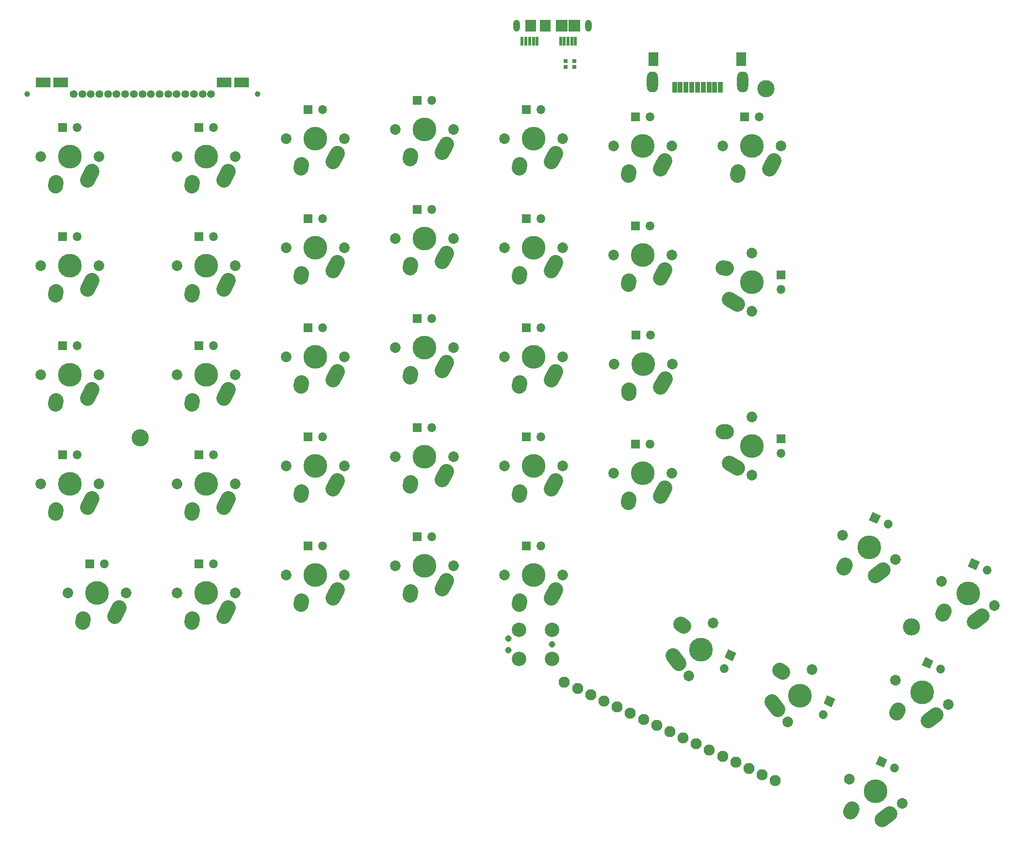
<source format=gts>
G04 #@! TF.FileFunction,Soldermask,Top*
%FSLAX46Y46*%
G04 Gerber Fmt 4.6, Leading zero omitted, Abs format (unit mm)*
G04 Created by KiCad (PCBNEW (2015-07-17 BZR 5958)-product) date 8/7/2015 1:38:11 AM*
%MOMM*%
G01*
G04 APERTURE LIST*
%ADD10C,0.150000*%
%ADD11R,0.802400X0.752400*%
%ADD12C,1.143010*%
%ADD13C,2.527310*%
%ADD14C,1.952400*%
%ADD15O,1.952400X3.652400*%
%ADD16R,0.852400X1.952400*%
%ADD17R,1.792400X2.352400*%
%ADD18R,1.952400X2.052400*%
%ADD19R,0.552400X1.502400*%
%ADD20R,2.052400X2.052400*%
%ADD21O,1.202400X2.052400*%
%ADD22C,3.000000*%
%ADD23R,2.552400X1.652400*%
%ADD24C,1.352400*%
%ADD25C,1.002410*%
%ADD26O,1.552400X1.552400*%
%ADD27R,1.552400X1.552400*%
%ADD28C,1.552400*%
%ADD29C,4.140210*%
%ADD30C,1.854210*%
%ADD31C,2.652400*%
G04 APERTURE END LIST*
D10*
D11*
X112395000Y-32901000D03*
X112395000Y-33901000D03*
X113919000Y-32901000D03*
X113919000Y-33901000D03*
D12*
X109982000Y-134747000D03*
X102362000Y-133731000D03*
X102362000Y-135763000D03*
D13*
X109982000Y-132207000D03*
X104267000Y-132207000D03*
X109982000Y-137287000D03*
X104267000Y-137287000D03*
D14*
X148972174Y-158574603D03*
X146670152Y-157501153D03*
X144368131Y-156427702D03*
X142066109Y-155354252D03*
X139764087Y-154280802D03*
X137462065Y-153207351D03*
X135160044Y-152133901D03*
X132858022Y-151060450D03*
X130556000Y-149987000D03*
X128253978Y-148913550D03*
X125951956Y-147840099D03*
X123649935Y-146766649D03*
X121347913Y-145693198D03*
X119045891Y-144619748D03*
X116743869Y-143546298D03*
X114441848Y-142472847D03*
X112139826Y-141399397D03*
D15*
X127482000Y-36559000D03*
X143282000Y-36559000D03*
D16*
X135382000Y-37459000D03*
X134382000Y-37459000D03*
X133382000Y-37459000D03*
X132382000Y-37459000D03*
X131382000Y-37459000D03*
X136382000Y-37459000D03*
X137382000Y-37459000D03*
X138382000Y-37459000D03*
X139382000Y-37459000D03*
D17*
X127712000Y-32559000D03*
X143052000Y-32559000D03*
D18*
X108781000Y-26723000D03*
D19*
X106081000Y-29398000D03*
X105431000Y-29398000D03*
X104781000Y-29398000D03*
X106731000Y-29398000D03*
X107381000Y-29398000D03*
X112781000Y-29398000D03*
X112131000Y-29398000D03*
X111481000Y-29398000D03*
X113431000Y-29398000D03*
X114081000Y-29398000D03*
D20*
X113856000Y-26723000D03*
X111706000Y-26723000D03*
D21*
X116381000Y-26723000D03*
D18*
X106281000Y-26723000D03*
D21*
X103831000Y-26723000D03*
D22*
X38100000Y-98679000D03*
X172720000Y-131699000D03*
X147320000Y-37719000D03*
D23*
X21197000Y-36665000D03*
X24197000Y-36665000D03*
D24*
X26497000Y-38615000D03*
X27997000Y-38615000D03*
X29497000Y-38615000D03*
X30997000Y-38615000D03*
X32497000Y-38615000D03*
X33997000Y-38615000D03*
X35497000Y-38615000D03*
X36997000Y-38615000D03*
X38497000Y-38615000D03*
X39997000Y-38615000D03*
X41497000Y-38615000D03*
X42997000Y-38615000D03*
X44497000Y-38615000D03*
X45997000Y-38615000D03*
X47497000Y-38615000D03*
X48997000Y-38615000D03*
X50497000Y-38615000D03*
D23*
X52797000Y-36665000D03*
X55797000Y-36665000D03*
D25*
X58597000Y-38615000D03*
X18397000Y-38615000D03*
D26*
X50927500Y-63573700D03*
D27*
X48387500Y-63573700D03*
D28*
X169794011Y-156334725D02*
X169794011Y-156334725D01*
D10*
G36*
X166460477Y-155636715D02*
X167116549Y-154229763D01*
X168523501Y-154885835D01*
X167867429Y-156292787D01*
X166460477Y-155636715D01*
X166460477Y-155636715D01*
G37*
D26*
X50927500Y-101674000D03*
D27*
X48387500Y-101674000D03*
D26*
X69977000Y-60398700D03*
D27*
X67437000Y-60398700D03*
D26*
X69977000Y-98499000D03*
D27*
X67437000Y-98499000D03*
D26*
X89027000Y-58801000D03*
D27*
X86487000Y-58801000D03*
D26*
X89027000Y-96901000D03*
D27*
X86487000Y-96901000D03*
D26*
X108077000Y-60398700D03*
D27*
X105537000Y-60398700D03*
D26*
X27115000Y-101674000D03*
D27*
X24575000Y-101674000D03*
D26*
X27115000Y-63573700D03*
D27*
X24575000Y-63573700D03*
D28*
X177846011Y-139067725D02*
X177846011Y-139067725D01*
D10*
G36*
X174512477Y-138369715D02*
X175168549Y-136962763D01*
X176575501Y-137618835D01*
X175919429Y-139025787D01*
X174512477Y-138369715D01*
X174512477Y-138369715D01*
G37*
D26*
X127138000Y-80708100D03*
D27*
X124598000Y-80708100D03*
D26*
X108077000Y-98499000D03*
D27*
X105537000Y-98499000D03*
D26*
X108077000Y-79449000D03*
D27*
X105537000Y-79449000D03*
D28*
X157324275Y-147015011D02*
X157324275Y-147015011D01*
D10*
G36*
X158022285Y-143681477D02*
X159429237Y-144337549D01*
X158773165Y-145744501D01*
X157366213Y-145088429D01*
X158022285Y-143681477D01*
X158022285Y-143681477D01*
G37*
D26*
X69977000Y-41348700D03*
D27*
X67437000Y-41348700D03*
D26*
X89027000Y-77851000D03*
D27*
X86487000Y-77851000D03*
D28*
X140060275Y-138964011D02*
X140060275Y-138964011D01*
D10*
G36*
X140758285Y-135630477D02*
X142165237Y-136286549D01*
X141509165Y-137693501D01*
X140102213Y-137037429D01*
X140758285Y-135630477D01*
X140758285Y-135630477D01*
G37*
D26*
X127127000Y-42621200D03*
D27*
X124587000Y-42621200D03*
D26*
X69977000Y-79449000D03*
D27*
X67437000Y-79449000D03*
D26*
X108077000Y-117549000D03*
D27*
X105537000Y-117549000D03*
D26*
X108077000Y-41348700D03*
D27*
X105537000Y-41348700D03*
D26*
X50927500Y-82624000D03*
D27*
X48387500Y-82624000D03*
D26*
X89027000Y-115951000D03*
D27*
X86487000Y-115951000D03*
D26*
X89027000Y-39751000D03*
D27*
X86487000Y-39751000D03*
D26*
X27115000Y-82624000D03*
D27*
X24575000Y-82624000D03*
D26*
X69977000Y-117549000D03*
D27*
X67437000Y-117549000D03*
D26*
X146177000Y-42621200D03*
D27*
X143637000Y-42621200D03*
D28*
X185898011Y-121801725D02*
X185898011Y-121801725D01*
D10*
G36*
X182564477Y-121103715D02*
X183220549Y-119696763D01*
X184627501Y-120352835D01*
X183971429Y-121759787D01*
X182564477Y-121103715D01*
X182564477Y-121103715D01*
G37*
D26*
X50927000Y-120724000D03*
D27*
X48387000Y-120724000D03*
D26*
X50927500Y-44526200D03*
D27*
X48387500Y-44526200D03*
D28*
X168634011Y-113751725D02*
X168634011Y-113751725D01*
D10*
G36*
X165300477Y-113053715D02*
X165956549Y-111646763D01*
X167363501Y-112302835D01*
X166707429Y-113709787D01*
X165300477Y-113053715D01*
X165300477Y-113053715D01*
G37*
D26*
X31877000Y-120724000D03*
D27*
X29337000Y-120724000D03*
D26*
X27115000Y-44526200D03*
D27*
X24575000Y-44526200D03*
D26*
X149987000Y-101356000D03*
D27*
X149987000Y-98816000D03*
D26*
X149987000Y-72781200D03*
D27*
X149987000Y-70241200D03*
D26*
X127127000Y-99769000D03*
D27*
X124587000Y-99769000D03*
D26*
X127127000Y-61668700D03*
D27*
X124587000Y-61668700D03*
D29*
X165334000Y-117820000D03*
D30*
X169938044Y-119966901D03*
X160729956Y-115673099D03*
D31*
X166362059Y-122712853D02*
X167713973Y-121732431D01*
X160885611Y-121350101D02*
X161165915Y-120842331D01*
D29*
X125857000Y-47701200D03*
D30*
X130937000Y-47701200D03*
X120777000Y-47701200D03*
D31*
X128856547Y-51701154D02*
X129667453Y-50241246D01*
X123317276Y-52780528D02*
X123356724Y-52201872D01*
D29*
X68707000Y-65478700D03*
D30*
X73787000Y-65478700D03*
X63627000Y-65478700D03*
D31*
X71706547Y-69478654D02*
X72517453Y-68018746D01*
X66167276Y-70558028D02*
X66206724Y-69979372D01*
D29*
X153258000Y-143718000D03*
D30*
X151111099Y-148322044D03*
X155404901Y-139113956D03*
D31*
X148365147Y-144746059D02*
X149345569Y-146097973D01*
X149727899Y-139269611D02*
X150235669Y-139549915D01*
D29*
X106807000Y-122629000D03*
D30*
X111887000Y-122629000D03*
X101727000Y-122629000D03*
D31*
X109806547Y-126628954D02*
X110617453Y-125169046D01*
X104267276Y-127708328D02*
X104306724Y-127129672D01*
D29*
X87757000Y-121031000D03*
D30*
X92837000Y-121031000D03*
X82677000Y-121031000D03*
D31*
X90756547Y-125030954D02*
X91567453Y-123571046D01*
X85217276Y-126110328D02*
X85256724Y-125531672D01*
D29*
X49657000Y-125804000D03*
D30*
X54737000Y-125804000D03*
X44577000Y-125804000D03*
D31*
X52656547Y-129803954D02*
X53467453Y-128344046D01*
X47117276Y-130883328D02*
X47156724Y-130304672D01*
D29*
X125857000Y-104849000D03*
D30*
X130937000Y-104849000D03*
X120777000Y-104849000D03*
D31*
X128856547Y-108848954D02*
X129667453Y-107389046D01*
X123317276Y-109928328D02*
X123356724Y-109349672D01*
D29*
X106807000Y-103579000D03*
D30*
X111887000Y-103579000D03*
X101727000Y-103579000D03*
D31*
X109806547Y-107578954D02*
X110617453Y-106119046D01*
X104267276Y-108658328D02*
X104306724Y-108079672D01*
D29*
X87757000Y-101981000D03*
D30*
X92837000Y-101981000D03*
X82677000Y-101981000D03*
D31*
X90756547Y-105980954D02*
X91567453Y-104521046D01*
X85217276Y-107060328D02*
X85256724Y-106481672D01*
D29*
X68707000Y-103579000D03*
D30*
X73787000Y-103579000D03*
X63627000Y-103579000D03*
D31*
X71706547Y-107578954D02*
X72517453Y-106119046D01*
X66167276Y-108658328D02*
X66206724Y-108079672D01*
D29*
X49657000Y-106754000D03*
D30*
X54737000Y-106754000D03*
X44577000Y-106754000D03*
D31*
X52656547Y-110753954D02*
X53467453Y-109294046D01*
X47117276Y-111833328D02*
X47156724Y-111254672D01*
D29*
X125868000Y-85788100D03*
D30*
X130948000Y-85788100D03*
X120788000Y-85788100D03*
D31*
X128867547Y-89788054D02*
X129678453Y-88328146D01*
X123328276Y-90867428D02*
X123367724Y-90288772D01*
D29*
X106807000Y-84529000D03*
D30*
X111887000Y-84529000D03*
X101727000Y-84529000D03*
D31*
X109806547Y-88528954D02*
X110617453Y-87069046D01*
X104267276Y-89608328D02*
X104306724Y-89029672D01*
D29*
X87757000Y-82931000D03*
D30*
X92837000Y-82931000D03*
X82677000Y-82931000D03*
D31*
X90756547Y-86930954D02*
X91567453Y-85471046D01*
X85217276Y-88010328D02*
X85256724Y-87431672D01*
D29*
X68707000Y-84529000D03*
D30*
X73787000Y-84529000D03*
X63627000Y-84529000D03*
D31*
X71706547Y-88528954D02*
X72517453Y-87069046D01*
X66167276Y-89608328D02*
X66206724Y-89029672D01*
D29*
X49657000Y-87704000D03*
D30*
X54737000Y-87704000D03*
X44577000Y-87704000D03*
D31*
X52656547Y-91703954D02*
X53467453Y-90244046D01*
X47117276Y-92783328D02*
X47156724Y-92204672D01*
D29*
X106807000Y-65478700D03*
D30*
X111887000Y-65478700D03*
X101727000Y-65478700D03*
D31*
X109806547Y-69478654D02*
X110617453Y-68018746D01*
X104267276Y-70558028D02*
X104306724Y-69979372D01*
D29*
X87757000Y-63881000D03*
D30*
X92837000Y-63881000D03*
X82677000Y-63881000D03*
D31*
X90756547Y-67880954D02*
X91567453Y-66421046D01*
X85217276Y-68960328D02*
X85256724Y-68381672D01*
D29*
X49657000Y-68653700D03*
D30*
X54737000Y-68653700D03*
X44577000Y-68653700D03*
D31*
X52656547Y-72653654D02*
X53467453Y-71193746D01*
X47117276Y-73733028D02*
X47156724Y-73154372D01*
D29*
X68707000Y-122629000D03*
D30*
X73787000Y-122629000D03*
X63627000Y-122629000D03*
D31*
X71706547Y-126628954D02*
X72517453Y-125169046D01*
X66167276Y-127708328D02*
X66206724Y-127129672D01*
D29*
X106807000Y-46428700D03*
D30*
X111887000Y-46428700D03*
X101727000Y-46428700D03*
D31*
X109806547Y-50428654D02*
X110617453Y-48968746D01*
X104267276Y-51508028D02*
X104306724Y-50929372D01*
D29*
X87757000Y-44831000D03*
D30*
X92837000Y-44831000D03*
X82677000Y-44831000D03*
D31*
X90756547Y-48830954D02*
X91567453Y-47371046D01*
X85217276Y-49910328D02*
X85256724Y-49331672D01*
D29*
X68707000Y-46428700D03*
D30*
X73787000Y-46428700D03*
X63627000Y-46428700D03*
D31*
X71706547Y-50428654D02*
X72517453Y-48968746D01*
X66167276Y-51508028D02*
X66206724Y-50929372D01*
D29*
X49657000Y-49606200D03*
D30*
X54737000Y-49606200D03*
X44577000Y-49606200D03*
D31*
X52656547Y-53606154D02*
X53467453Y-52146246D01*
X47117276Y-54685528D02*
X47156724Y-54106872D01*
D29*
X182598000Y-125870000D03*
D30*
X187202044Y-128016901D03*
X177993956Y-123723099D03*
D31*
X183626059Y-130762853D02*
X184977973Y-129782431D01*
X178149611Y-129400101D02*
X178429915Y-128892331D01*
D29*
X166497000Y-160401000D03*
D30*
X171101044Y-162547901D03*
X161892956Y-158254099D03*
D31*
X167525059Y-165293853D02*
X168876973Y-164313431D01*
X162048611Y-163931101D02*
X162328915Y-163423331D01*
D29*
X174549000Y-143134000D03*
D30*
X179153044Y-145280901D03*
X169944956Y-140987099D03*
D31*
X175577059Y-148026853D02*
X176928973Y-147046431D01*
X170100611Y-146664101D02*
X170380915Y-146156331D01*
D29*
X125857000Y-66748700D03*
D30*
X130937000Y-66748700D03*
X120777000Y-66748700D03*
D31*
X128856547Y-70748654D02*
X129667453Y-69288746D01*
X123317276Y-71828028D02*
X123356724Y-71249372D01*
D29*
X30607000Y-125804000D03*
D30*
X35687000Y-125804000D03*
X25527000Y-125804000D03*
D31*
X33606547Y-129803954D02*
X34417453Y-128344046D01*
X28067276Y-130883328D02*
X28106724Y-130304672D01*
D29*
X144907000Y-100086000D03*
D30*
X144907000Y-105166000D03*
X144907000Y-95006000D03*
D31*
X140907046Y-103085547D02*
X142366954Y-103896453D01*
X139827672Y-97546276D02*
X140406328Y-97585724D01*
D29*
X144907000Y-47701200D03*
D30*
X149987000Y-47701200D03*
X139827000Y-47701200D03*
D31*
X147906547Y-51701154D02*
X148717453Y-50241246D01*
X142367276Y-52780528D02*
X142406724Y-52201872D01*
D29*
X144907000Y-71511200D03*
D30*
X144907000Y-76591200D03*
X144907000Y-66431200D03*
D31*
X140907046Y-74510747D02*
X142366954Y-75321653D01*
X139827672Y-68971476D02*
X140406328Y-69010924D01*
D29*
X25845000Y-106754000D03*
D30*
X30925000Y-106754000D03*
X20765000Y-106754000D03*
D31*
X28844547Y-110753954D02*
X29655453Y-109294046D01*
X23305276Y-111833328D02*
X23344724Y-111254672D01*
D29*
X25845000Y-49606200D03*
D30*
X30925000Y-49606200D03*
X20765000Y-49606200D03*
D31*
X28844547Y-53606154D02*
X29655453Y-52146246D01*
X23305276Y-54685528D02*
X23344724Y-54106872D01*
D29*
X25845000Y-68653700D03*
D30*
X30925000Y-68653700D03*
X20765000Y-68653700D03*
D31*
X28844547Y-72653654D02*
X29655453Y-71193746D01*
X23305276Y-73733028D02*
X23344724Y-73154372D01*
D29*
X25845000Y-87704000D03*
D30*
X30925000Y-87704000D03*
X20765000Y-87704000D03*
D31*
X28844547Y-91703954D02*
X29655453Y-90244046D01*
X23305276Y-92783328D02*
X23344724Y-92204672D01*
D29*
X135994000Y-135666000D03*
D30*
X133847099Y-140270044D03*
X138140901Y-131061956D03*
D31*
X131101147Y-136694059D02*
X132081569Y-138045973D01*
X132463899Y-131217611D02*
X132971669Y-131497915D01*
M02*

</source>
